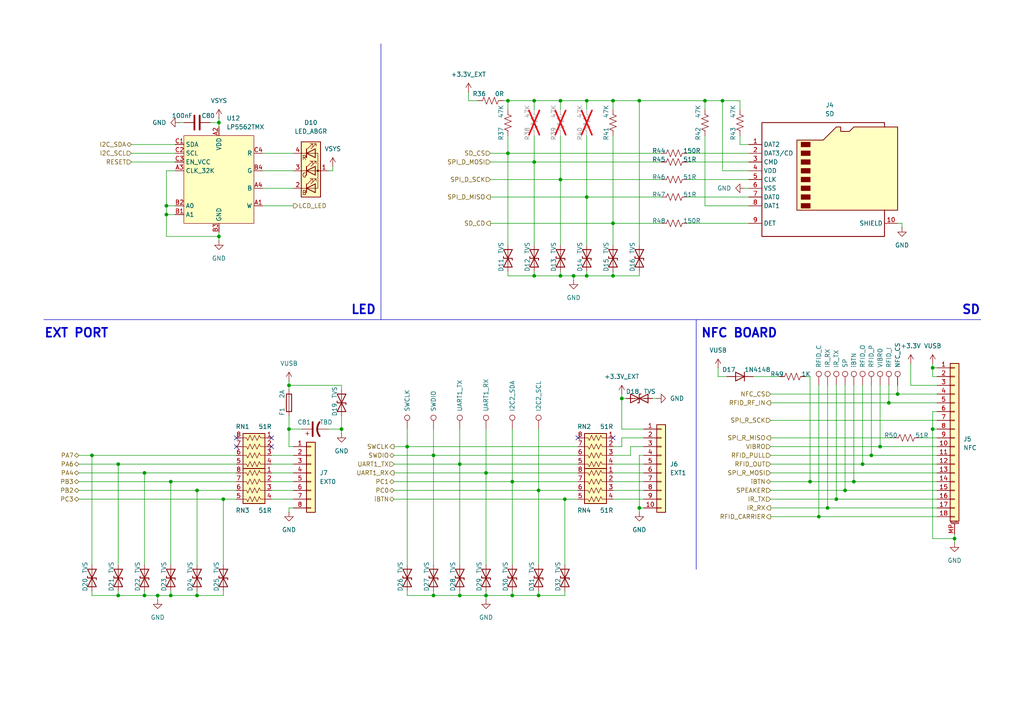
<source format=kicad_sch>
(kicad_sch (version 20231120) (generator "eeschema") (generator_version "8.0")
  (paper "A4")
  (lib_symbols
    (symbol "Connector:Micro_SD_Card_Det1"
      (property "Reference" "J" (at -16.51 17.78 0))
      (property "Value" "Micro_SD_Card_Det1" (at 16.51 17.78 0))
      (symbol "Micro_SD_Card_Det1_1_1"
        (pin bidirectional line (at -22.86 10.16 0) (length 3.81) (name "DAT2") (number "1"))
        (pin passive line (at 20.32 -12.7 180) (length 3.81) (name "SHIELD") (number "10"))
        (pin bidirectional line (at -22.86 7.62 0) (length 3.81) (name "DAT3/CD") (number "2"))
        (pin input line (at -22.86 5.08 0) (length 3.81) (name "CMD") (number "3"))
        (pin power_in line (at -22.86 2.54 0) (length 3.81) (name "VDD") (number "4"))
        (pin input line (at -22.86 0 0) (length 3.81) (name "CLK") (number "5"))
        (pin power_in line (at -22.86 -2.54 0) (length 3.81) (name "VSS") (number "6"))
        (pin bidirectional line (at -22.86 -5.08 0) (length 3.81) (name "DAT0") (number "7"))
        (pin bidirectional line (at -22.86 -7.62 0) (length 3.81) (name "DAT1") (number "8"))
        (pin passive line (at -22.86 -12.7 0) (length 3.81) (name "DET") (number "9"))
      )
    )
    (symbol "Connector:TestPoint" (pin_numbers hide) (pin_names (offset 0.762) hide)
      (property "Reference" "TP" (at 0 6.858 0))
      (property "Value" "TestPoint" (at 0 5.08 0))
      (symbol "TestPoint_1_1"
        (pin passive line (at 0 0 90) (length 2.54) (name "1") (number "1"))
      )
    )
    (symbol "Connector_Generic:Conn_01x08" (pin_names (offset 1.016) hide)
      (property "Reference" "J" (at 0 10.16 0))
      (property "Value" "Conn_01x08" (at 0 -12.7 0))
      (symbol "Conn_01x08_1_1"
        (pin passive line (at -5.08 7.62 0) (length 3.81) (name "Pin_1") (number "1"))
        (pin passive line (at -5.08 5.08 0) (length 3.81) (name "Pin_2") (number "2"))
        (pin passive line (at -5.08 2.54 0) (length 3.81) (name "Pin_3") (number "3"))
        (pin passive line (at -5.08 0 0) (length 3.81) (name "Pin_4") (number "4"))
        (pin passive line (at -5.08 -2.54 0) (length 3.81) (name "Pin_5") (number "5"))
        (pin passive line (at -5.08 -5.08 0) (length 3.81) (name "Pin_6") (number "6"))
        (pin passive line (at -5.08 -7.62 0) (length 3.81) (name "Pin_7") (number "7"))
        (pin passive line (at -5.08 -10.16 0) (length 3.81) (name "Pin_8") (number "8"))
      )
    )
    (symbol "Connector_Generic:Conn_01x10" (pin_names (offset 1.016) hide)
      (property "Reference" "J" (at 0 12.7 0))
      (property "Value" "Conn_01x10" (at 0 -15.24 0))
      (symbol "Conn_01x10_1_1"
        (pin passive line (at -5.08 10.16 0) (length 3.81) (name "Pin_1") (number "1"))
        (pin passive line (at -5.08 -12.7 0) (length 3.81) (name "Pin_10") (number "10"))
        (pin passive line (at -5.08 7.62 0) (length 3.81) (name "Pin_2") (number "2"))
        (pin passive line (at -5.08 5.08 0) (length 3.81) (name "Pin_3") (number "3"))
        (pin passive line (at -5.08 2.54 0) (length 3.81) (name "Pin_4") (number "4"))
        (pin passive line (at -5.08 0 0) (length 3.81) (name "Pin_5") (number "5"))
        (pin passive line (at -5.08 -2.54 0) (length 3.81) (name "Pin_6") (number "6"))
        (pin passive line (at -5.08 -5.08 0) (length 3.81) (name "Pin_7") (number "7"))
        (pin passive line (at -5.08 -7.62 0) (length 3.81) (name "Pin_8") (number "8"))
        (pin passive line (at -5.08 -10.16 0) (length 3.81) (name "Pin_9") (number "9"))
      )
    )
    (symbol "Connector_Generic_MountingPin:Conn_01x18_MountingPin" (pin_names (offset 1.016) hide)
      (property "Reference" "J" (at 0 22.86 0))
      (property "Value" "Conn_01x18_MountingPin" (at 1.27 -25.4 0))
      (symbol "Conn_01x18_MountingPin_1_1"
        (text "Mounting" (at 0 -24.511 0) (effects (font (size 0.381 0.381))))
        (pin passive line (at -5.08 20.32 0) (length 3.81) (name "Pin_1") (number "1"))
        (pin passive line (at -5.08 -2.54 0) (length 3.81) (name "Pin_10") (number "10"))
        (pin passive line (at -5.08 -5.08 0) (length 3.81) (name "Pin_11") (number "11"))
        (pin passive line (at -5.08 -7.62 0) (length 3.81) (name "Pin_12") (number "12"))
        (pin passive line (at -5.08 -10.16 0) (length 3.81) (name "Pin_13") (number "13"))
        (pin passive line (at -5.08 -12.7 0) (length 3.81) (name "Pin_14") (number "14"))
        (pin passive line (at -5.08 -15.24 0) (length 3.81) (name "Pin_15") (number "15"))
        (pin passive line (at -5.08 -17.78 0) (length 3.81) (name "Pin_16") (number "16"))
        (pin passive line (at -5.08 -20.32 0) (length 3.81) (name "Pin_17") (number "17"))
        (pin passive line (at -5.08 -22.86 0) (length 3.81) (name "Pin_18") (number "18"))
        (pin passive line (at -5.08 17.78 0) (length 3.81) (name "Pin_2") (number "2"))
        (pin passive line (at -5.08 15.24 0) (length 3.81) (name "Pin_3") (number "3"))
        (pin passive line (at -5.08 12.7 0) (length 3.81) (name "Pin_4") (number "4"))
        (pin passive line (at -5.08 10.16 0) (length 3.81) (name "Pin_5") (number "5"))
        (pin passive line (at -5.08 7.62 0) (length 3.81) (name "Pin_6") (number "6"))
        (pin passive line (at -5.08 5.08 0) (length 3.81) (name "Pin_7") (number "7"))
        (pin passive line (at -5.08 2.54 0) (length 3.81) (name "Pin_8") (number "8"))
        (pin passive line (at -5.08 0 0) (length 3.81) (name "Pin_9") (number "9"))
        (pin passive line (at 0 -27.94 90) (length 3.048) (name "MountPin") (number "MP"))
      )
    )
    (symbol "Device:C" (pin_numbers hide) (pin_names (offset 0.254))
      (property "Reference" "C" (at 0.635 2.54 0))
      (property "Value" "C" (at 0.635 -2.54 0))
      (symbol "C_1_1"
        (pin passive line (at 0 3.81 270) (length 2.794) (name "~") (number "1"))
        (pin passive line (at 0 -3.81 90) (length 2.794) (name "~") (number "2"))
      )
    )
    (symbol "Device:C_Polarized_US" (pin_numbers hide) (pin_names (offset 0.254) hide)
      (property "Reference" "C" (at 0.635 2.54 0))
      (property "Value" "C_Polarized_US" (at 0.635 -2.54 0))
      (symbol "C_Polarized_US_1_1"
        (pin passive line (at 0 3.81 270) (length 2.794) (name "~") (number "1"))
        (pin passive line (at 0 -3.81 90) (length 3.302) (name "~") (number "2"))
      )
    )
    (symbol "Device:D" (pin_numbers hide) (pin_names (offset 1.016) hide)
      (property "Reference" "D" (at 0 2.54 0))
      (property "Value" "D" (at 0 -2.54 0))
      (symbol "D_1_1"
        (pin passive line (at -3.81 0 0) (length 2.54) (name "K") (number "1"))
        (pin passive line (at 3.81 0 180) (length 2.54) (name "A") (number "2"))
      )
    )
    (symbol "Device:D_TVS" (pin_numbers hide) (pin_names (offset 1.016) hide)
      (property "Reference" "D" (at 0 2.54 0))
      (property "Value" "D_TVS" (at 0 -2.54 0))
      (symbol "D_TVS_1_1"
        (pin passive line (at -3.81 0 0) (length 2.54) (name "A1") (number "1"))
        (pin passive line (at 3.81 0 180) (length 2.54) (name "A2") (number "2"))
      )
    )
    (symbol "Device:Fuse" (pin_numbers hide) (pin_names (offset 0))
      (property "Reference" "F" (at 2.032 0 90))
      (property "Value" "Fuse" (at -1.905 0 90))
      (symbol "Fuse_1_1"
        (pin passive line (at 0 3.81 270) (length 1.27) (name "~") (number "1"))
        (pin passive line (at 0 -3.81 90) (length 1.27) (name "~") (number "2"))
      )
    )
    (symbol "Device:LED_ABGR" (pin_names (offset 0) hide)
      (property "Reference" "D" (at 0 9.398 0))
      (property "Value" "LED_ABGR" (at 0 -8.89 0))
      (symbol "LED_ABGR_0_0"
        (text "B" (at -1.905 -6.35 0) (effects (font (size 1.27 1.27))))
        (text "G" (at -1.905 -1.27 0) (effects (font (size 1.27 1.27))))
        (text "R" (at -1.905 3.81 0) (effects (font (size 1.27 1.27))))
      )
      (symbol "LED_ABGR_1_1"
        (pin passive line (at 5.08 0 180) (length 2.54) (name "A") (number "1"))
        (pin passive line (at -5.08 -5.08 0) (length 2.54) (name "BK") (number "2"))
        (pin passive line (at -5.08 0 0) (length 2.54) (name "GK") (number "3"))
        (pin passive line (at -5.08 5.08 0) (length 2.54) (name "RK") (number "4"))
      )
    )
    (symbol "Device:R_US" (pin_numbers hide) (pin_names (offset 0))
      (property "Reference" "R" (at 2.54 0 90))
      (property "Value" "R_US" (at -2.54 0 90))
      (symbol "R_US_1_1"
        (pin passive line (at 0 3.81 270) (length 1.27) (name "~") (number "1"))
        (pin passive line (at 0 -3.81 90) (length 1.27) (name "~") (number "2"))
      )
    )
    (symbol "Library:LP5562TMX"
      (property "Reference" "U" (at 6.35 16.51 0))
      (property "Value" "LP5562TMX" (at 6.35 13.97 0))
      (symbol "LP5562TMX_0_1"
        (pin power_in line (at 0 15.24 270) (length 2.54) (name "VDD") (number "A2"))
        (pin input line (at -12.7 2.54 0) (length 2.54) (name "CLK_32K") (number "A3"))
        (pin output line (at 12.7 -2.54 180) (length 2.54) (name "B") (number "A4"))
        (pin power_in line (at 0 -15.24 90) (length 2.54) (name "GND") (number "B3"))
        (pin output line (at 12.7 2.54 180) (length 2.54) (name "G") (number "B4"))
        (pin bidirectional line (at -12.7 10.16 0) (length 2.54) (name "SDA") (number "C1"))
        (pin input line (at -12.7 7.62 0) (length 2.54) (name "SCL") (number "C2"))
        (pin input line (at -12.7 5.08 0) (length 2.54) (name "EN_VCC") (number "C3"))
        (pin output line (at 12.7 7.62 180) (length 2.54) (name "R") (number "C4"))
      )
      (symbol "LP5562TMX_1_1"
        (pin output line (at 12.7 -7.62 180) (length 2.54) (name "W") (number "A1"))
        (pin input line (at -12.7 -10.16 0) (length 2.54) (name "A1") (number "B1"))
        (pin input line (at -12.7 -7.62 0) (length 2.54) (name "A0") (number "B2"))
      )
    )
    (symbol "Library:R_Park"
      (property "Reference" "RN" (at 0 13.97 0))
      (property "Value" "R_Park" (at 0 11.43 0))
      (symbol "R_Park_1_1"
        (pin passive line (at -3.81 -5.08 90) (length 1.27) (name "") (number "1"))
        (pin passive line (at -1.27 -5.08 90) (length 1.27) (name "") (number "2"))
        (pin passive line (at 1.27 -5.08 90) (length 1.27) (name "") (number "3"))
        (pin passive line (at 3.81 -5.08 90) (length 1.27) (name "") (number "4"))
        (pin passive line (at 3.81 5.08 270) (length 1.27) (name "") (number "5"))
        (pin passive line (at 1.27 5.08 270) (length 1.27) (name "") (number "6"))
        (pin passive line (at -1.27 5.08 270) (length 1.27) (name "") (number "7"))
        (pin passive line (at -3.81 5.08 270) (length 1.27) (name "") (number "8"))
      )
    )
    (symbol "power:+3.3V" (power) (pin_numbers hide) (pin_names (offset 0) hide)
      (property "Value" "+3.3V" (at 0 3.556 0))
      (symbol "+3.3V_1_1"
        (pin power_in line (at 0 0 90) (length 0) (name "~") (number "1"))
      )
    )
    (symbol "power:GND" (power) (pin_numbers hide) (pin_names (offset 0) hide)
      (property "Value" "GND" (at 0 -3.81 0))
      (symbol "GND_1_1"
        (pin power_in line (at 0 0 270) (length 0) (name "~") (number "1"))
      )
    )
    (symbol "power:VCC" (power) (pin_numbers hide) (pin_names (offset 0) hide)
      (property "Value" "VCC" (at 0 3.556 0))
      (symbol "VCC_1_1"
        (pin power_in line (at 0 0 90) (length 0) (name "~") (number "1"))
      )
    )
  )
  (junction (at 147.32 29.21))
  (junction (at 166.37 80.01))
  (junction (at 156.21 172.72))
  (junction (at 240.03 147.32))
  (junction (at 63.5 68.58))
  (junction (at 154.94 29.21))
  (junction (at 154.94 80.01))
  (junction (at 125.73 132.08))
  (junction (at 170.18 29.21))
  (junction (at 255.27 129.54))
  (junction (at 177.8 29.21))
  (junction (at 83.82 124.46))
  (junction (at 125.73 172.72))
  (junction (at 45.72 172.72))
  (junction (at 162.56 80.01))
  (junction (at 162.56 52.07))
  (junction (at 252.73 132.08))
  (junction (at 185.42 29.21))
  (junction (at 57.15 142.24))
  (junction (at 270.51 106.68))
  (junction (at 63.5 35.56))
  (junction (at 156.21 142.24))
  (junction (at 162.56 29.21))
  (junction (at 180.34 115.57))
  (junction (at 276.86 156.21))
  (junction (at 140.97 137.16))
  (junction (at 250.19 134.62))
  (junction (at 140.97 172.72))
  (junction (at 148.59 172.72))
  (junction (at 247.65 139.7))
  (junction (at 83.82 111.76))
  (junction (at 118.11 129.54))
  (junction (at 260.35 114.3))
  (junction (at 237.49 149.86))
  (junction (at 163.83 144.78))
  (junction (at 99.06 124.46))
  (junction (at 204.47 29.21))
  (junction (at 270.51 124.46))
  (junction (at 64.77 144.78))
  (junction (at 177.8 64.77))
  (junction (at 170.18 57.15))
  (junction (at 185.42 147.32))
  (junction (at 147.32 44.45))
  (junction (at 49.53 139.7))
  (junction (at 57.15 172.72))
  (junction (at 48.26 62.23))
  (junction (at 177.8 80.01))
  (junction (at 34.29 172.72))
  (junction (at 133.35 172.72))
  (junction (at 34.29 134.62))
  (junction (at 245.11 142.24))
  (junction (at 234.95 139.7))
  (junction (at 154.94 46.99))
  (junction (at 257.81 116.84))
  (junction (at 170.18 80.01))
  (junction (at 48.26 59.69))
  (junction (at 209.55 29.21))
  (junction (at 133.35 134.62))
  (junction (at 49.53 172.72))
  (junction (at 26.67 132.08))
  (junction (at 242.57 144.78))
  (junction (at 41.91 172.72))
  (junction (at 148.59 139.7))
  (junction (at 41.91 137.16))
  (no_connect (at 78.74 129.54))
  (no_connect (at 68.58 127))
  (no_connect (at 78.74 127))
  (no_connect (at 177.8 127))
  (no_connect (at 167.64 127))
  (no_connect (at 68.58 129.54))
  (wire (pts (xy 252.73 132.08) (xy 223.52 132.08)))
  (wire (pts (xy 49.53 171.45) (xy 49.53 172.72)))
  (wire (pts (xy 257.81 116.84) (xy 271.78 116.84)))
  (wire (pts (xy 217.17 49.53) (xy 209.55 49.53)))
  (wire (pts (xy 146.05 29.21) (xy 147.32 29.21)))
  (wire (pts (xy 148.59 139.7) (xy 148.59 163.83)))
  (wire (pts (xy 271.78 132.08) (xy 252.73 132.08)))
  (wire (pts (xy 38.1 46.99) (xy 50.8 46.99)))
  (wire (pts (xy 162.56 78.74) (xy 162.56 80.01)))
  (wire (pts (xy 147.32 78.74) (xy 147.32 80.01)))
  (wire (pts (xy 45.72 172.72) (xy 45.72 173.99)))
  (wire (pts (xy 170.18 29.21) (xy 177.8 29.21)))
  (wire (pts (xy 271.78 109.22) (xy 270.51 109.22)))
  (wire (pts (xy 163.83 144.78) (xy 167.64 144.78)))
  (wire (pts (xy 162.56 39.37) (xy 162.56 52.07)))
  (wire (pts (xy 245.11 142.24) (xy 245.11 111.76)))
  (wire (pts (xy 50.8 49.53) (xy 48.26 49.53)))
  (wire (pts (xy 257.81 116.84) (xy 223.52 116.84)))
  (wire (pts (xy 125.73 172.72) (xy 133.35 172.72)))
  (wire (pts (xy 63.5 68.58) (xy 48.26 68.58)))
  (wire (pts (xy 118.11 172.72) (xy 125.73 172.72)))
  (wire (pts (xy 257.81 111.76) (xy 257.81 116.84)))
  (wire (pts (xy 41.91 172.72) (xy 45.72 172.72)))
  (wire (pts (xy 217.17 59.69) (xy 204.47 59.69)))
  (wire (pts (xy 270.51 109.22) (xy 270.51 106.68)))
  (wire (pts (xy 259.08 127) (xy 223.52 127)))
  (wire (pts (xy 154.94 46.99) (xy 154.94 71.12)))
  (wire (pts (xy 26.67 132.08) (xy 26.67 163.83)))
  (wire (pts (xy 133.35 171.45) (xy 133.35 172.72)))
  (wire (pts (xy 271.78 139.7) (xy 247.65 139.7)))
  (wire (pts (xy 64.77 144.78) (xy 68.58 144.78)))
  (wire (pts (xy 114.3 142.24) (xy 156.21 142.24)))
  (wire (pts (xy 170.18 57.15) (xy 170.18 71.12)))
  (wire (pts (xy 78.74 134.62) (xy 85.09 134.62)))
  (polyline (pts (xy 110.49 12.7) (xy 110.49 92.71)))
  (wire (pts (xy 41.91 171.45) (xy 41.91 172.72)))
  (wire (pts (xy 63.5 68.58) (xy 63.5 69.85)))
  (wire (pts (xy 45.72 172.72) (xy 49.53 172.72)))
  (wire (pts (xy 64.77 144.78) (xy 64.77 163.83)))
  (wire (pts (xy 63.5 67.31) (xy 63.5 68.58)))
  (wire (pts (xy 76.2 59.69) (xy 85.09 59.69)))
  (wire (pts (xy 237.49 111.76) (xy 237.49 149.86)))
  (wire (pts (xy 140.97 137.16) (xy 167.64 137.16)))
  (wire (pts (xy 204.47 29.21) (xy 204.47 31.75)))
  (wire (pts (xy 271.78 147.32) (xy 240.03 147.32)))
  (wire (pts (xy 78.74 142.24) (xy 85.09 142.24)))
  (wire (pts (xy 177.8 129.54) (xy 180.34 129.54)))
  (wire (pts (xy 49.53 139.7) (xy 49.53 163.83)))
  (wire (pts (xy 63.5 35.56) (xy 63.5 36.83)))
  (wire (pts (xy 148.59 139.7) (xy 167.64 139.7)))
  (wire (pts (xy 270.51 156.21) (xy 276.86 156.21)))
  (wire (pts (xy 154.94 78.74) (xy 154.94 80.01)))
  (wire (pts (xy 85.09 147.32) (xy 83.82 147.32)))
  (wire (pts (xy 163.83 144.78) (xy 163.83 163.83)))
  (wire (pts (xy 53.34 35.56) (xy 52.07 35.56)))
  (wire (pts (xy 41.91 137.16) (xy 41.91 163.83)))
  (wire (pts (xy 135.89 29.21) (xy 138.43 29.21)))
  (wire (pts (xy 83.82 129.54) (xy 85.09 129.54)))
  (wire (pts (xy 182.88 129.54) (xy 186.69 129.54)))
  (wire (pts (xy 57.15 142.24) (xy 68.58 142.24)))
  (wire (pts (xy 148.59 124.46) (xy 148.59 139.7)))
  (wire (pts (xy 48.26 68.58) (xy 48.26 62.23)))
  (wire (pts (xy 177.8 39.37) (xy 177.8 64.77)))
  (wire (pts (xy 78.74 139.7) (xy 85.09 139.7)))
  (wire (pts (xy 185.42 80.01) (xy 177.8 80.01)))
  (wire (pts (xy 162.56 80.01) (xy 166.37 80.01)))
  (wire (pts (xy 154.94 29.21) (xy 162.56 29.21)))
  (wire (pts (xy 95.25 124.46) (xy 99.06 124.46)))
  (wire (pts (xy 177.8 132.08) (xy 182.88 132.08)))
  (wire (pts (xy 22.86 132.08) (xy 26.67 132.08)))
  (wire (pts (xy 148.59 171.45) (xy 148.59 172.72)))
  (wire (pts (xy 142.24 52.07) (xy 162.56 52.07)))
  (wire (pts (xy 204.47 29.21) (xy 209.55 29.21)))
  (wire (pts (xy 240.03 147.32) (xy 223.52 147.32)))
  (wire (pts (xy 140.97 171.45) (xy 140.97 172.72)))
  (wire (pts (xy 156.21 171.45) (xy 156.21 172.72)))
  (wire (pts (xy 185.42 29.21) (xy 204.47 29.21)))
  (wire (pts (xy 99.06 120.65) (xy 99.06 124.46)))
  (wire (pts (xy 64.77 171.45) (xy 64.77 172.72)))
  (wire (pts (xy 177.8 64.77) (xy 191.77 64.77)))
  (wire (pts (xy 162.56 52.07) (xy 191.77 52.07)))
  (wire (pts (xy 140.97 124.46) (xy 140.97 137.16)))
  (wire (pts (xy 214.63 29.21) (xy 214.63 31.75)))
  (wire (pts (xy 209.55 49.53) (xy 209.55 29.21)))
  (wire (pts (xy 271.78 137.16) (xy 223.52 137.16)))
  (wire (pts (xy 163.83 172.72) (xy 163.83 171.45)))
  (wire (pts (xy 242.57 144.78) (xy 223.52 144.78)))
  (wire (pts (xy 48.26 59.69) (xy 48.26 62.23)))
  (wire (pts (xy 114.3 134.62) (xy 133.35 134.62)))
  (wire (pts (xy 49.53 139.7) (xy 68.58 139.7)))
  (wire (pts (xy 50.8 59.69) (xy 48.26 59.69)))
  (wire (pts (xy 114.3 129.54) (xy 118.11 129.54)))
  (wire (pts (xy 156.21 172.72) (xy 148.59 172.72)))
  (wire (pts (xy 199.39 46.99) (xy 217.17 46.99)))
  (wire (pts (xy 147.32 80.01) (xy 154.94 80.01)))
  (wire (pts (xy 208.28 109.22) (xy 210.82 109.22)))
  (wire (pts (xy 177.8 142.24) (xy 186.69 142.24)))
  (wire (pts (xy 147.32 29.21) (xy 154.94 29.21)))
  (wire (pts (xy 140.97 137.16) (xy 140.97 163.83)))
  (wire (pts (xy 260.35 64.77) (xy 261.62 64.77)))
  (wire (pts (xy 234.95 139.7) (xy 223.52 139.7)))
  (wire (pts (xy 218.44 109.22) (xy 226.06 109.22)))
  (wire (pts (xy 234.95 109.22) (xy 233.68 109.22)))
  (wire (pts (xy 199.39 64.77) (xy 217.17 64.77)))
  (wire (pts (xy 180.34 115.57) (xy 180.34 124.46)))
  (wire (pts (xy 22.86 139.7) (xy 49.53 139.7)))
  (wire (pts (xy 185.42 132.08) (xy 185.42 147.32)))
  (wire (pts (xy 217.17 41.91) (xy 214.63 41.91)))
  (wire (pts (xy 125.73 132.08) (xy 125.73 163.83)))
  (wire (pts (xy 125.73 124.46) (xy 125.73 132.08)))
  (wire (pts (xy 83.82 111.76) (xy 83.82 113.03)))
  (wire (pts (xy 252.73 111.76) (xy 252.73 132.08)))
  (wire (pts (xy 140.97 172.72) (xy 140.97 173.99)))
  (wire (pts (xy 83.82 120.65) (xy 83.82 124.46)))
  (wire (pts (xy 48.26 62.23) (xy 50.8 62.23)))
  (wire (pts (xy 118.11 171.45) (xy 118.11 172.72)))
  (wire (pts (xy 208.28 106.68) (xy 208.28 109.22)))
  (wire (pts (xy 166.37 80.01) (xy 166.37 81.28)))
  (wire (pts (xy 118.11 124.46) (xy 118.11 129.54)))
  (wire (pts (xy 199.39 44.45) (xy 217.17 44.45)))
  (wire (pts (xy 162.56 29.21) (xy 162.56 31.75)))
  (wire (pts (xy 276.86 154.94) (xy 276.86 156.21)))
  (wire (pts (xy 180.34 129.54) (xy 180.34 127)))
  (wire (pts (xy 260.35 111.76) (xy 260.35 114.3)))
  (wire (pts (xy 156.21 142.24) (xy 156.21 163.83)))
  (wire (pts (xy 177.8 78.74) (xy 177.8 80.01)))
  (polyline (pts (xy 201.93 92.71) (xy 201.93 165.1)))
  (wire (pts (xy 247.65 139.7) (xy 247.65 111.76)))
  (wire (pts (xy 60.96 35.56) (xy 63.5 35.56)))
  (wire (pts (xy 247.65 139.7) (xy 234.95 139.7)))
  (wire (pts (xy 270.51 124.46) (xy 271.78 124.46)))
  (wire (pts (xy 271.78 121.92) (xy 223.52 121.92)))
  (wire (pts (xy 180.34 115.57) (xy 181.61 115.57)))
  (wire (pts (xy 133.35 124.46) (xy 133.35 134.62)))
  (wire (pts (xy 87.63 124.46) (xy 83.82 124.46)))
  (wire (pts (xy 271.78 134.62) (xy 250.19 134.62)))
  (wire (pts (xy 199.39 52.07) (xy 217.17 52.07)))
  (wire (pts (xy 133.35 172.72) (xy 140.97 172.72)))
  (wire (pts (xy 83.82 124.46) (xy 83.82 129.54)))
  (wire (pts (xy 185.42 147.32) (xy 185.42 148.59)))
  (wire (pts (xy 99.06 124.46) (xy 99.06 125.73)))
  (wire (pts (xy 250.19 111.76) (xy 250.19 134.62)))
  (wire (pts (xy 147.32 44.45) (xy 147.32 71.12)))
  (wire (pts (xy 270.51 124.46) (xy 270.51 156.21)))
  (wire (pts (xy 180.34 127) (xy 186.69 127)))
  (wire (pts (xy 270.51 119.38) (xy 270.51 124.46)))
  (wire (pts (xy 177.8 29.21) (xy 177.8 31.75)))
  (wire (pts (xy 162.56 52.07) (xy 162.56 71.12)))
  (wire (pts (xy 38.1 41.91) (xy 50.8 41.91)))
  (wire (pts (xy 245.11 142.24) (xy 223.52 142.24)))
  (wire (pts (xy 57.15 142.24) (xy 57.15 163.83)))
  (wire (pts (xy 260.35 114.3) (xy 271.78 114.3)))
  (wire (pts (xy 177.8 64.77) (xy 177.8 71.12)))
  (wire (pts (xy 189.23 115.57) (xy 190.5 115.57)))
  (wire (pts (xy 199.39 57.15) (xy 217.17 57.15)))
  (wire (pts (xy 26.67 172.72) (xy 34.29 172.72)))
  (wire (pts (xy 48.26 49.53) (xy 48.26 59.69)))
  (wire (pts (xy 41.91 137.16) (xy 68.58 137.16)))
  (wire (pts (xy 255.27 111.76) (xy 255.27 129.54)))
  (wire (pts (xy 22.86 137.16) (xy 41.91 137.16)))
  (wire (pts (xy 185.42 29.21) (xy 185.42 71.12)))
  (wire (pts (xy 271.78 129.54) (xy 255.27 129.54)))
  (wire (pts (xy 22.86 144.78) (xy 64.77 144.78)))
  (wire (pts (xy 276.86 156.21) (xy 276.86 157.48)))
  (wire (pts (xy 34.29 134.62) (xy 68.58 134.62)))
  (wire (pts (xy 154.94 80.01) (xy 162.56 80.01)))
  (wire (pts (xy 57.15 172.72) (xy 49.53 172.72)))
  (wire (pts (xy 95.25 49.53) (xy 96.52 49.53)))
  (wire (pts (xy 177.8 80.01) (xy 170.18 80.01)))
  (wire (pts (xy 156.21 172.72) (xy 163.83 172.72)))
  (wire (pts (xy 125.73 132.08) (xy 167.64 132.08)))
  (wire (pts (xy 147.32 39.37) (xy 147.32 44.45)))
  (wire (pts (xy 78.74 144.78) (xy 85.09 144.78)))
  (wire (pts (xy 170.18 78.74) (xy 170.18 80.01)))
  (wire (pts (xy 34.29 134.62) (xy 34.29 163.83)))
  (wire (pts (xy 186.69 132.08) (xy 185.42 132.08)))
  (wire (pts (xy 57.15 171.45) (xy 57.15 172.72)))
  (wire (pts (xy 114.3 139.7) (xy 148.59 139.7)))
  (wire (pts (xy 185.42 78.74) (xy 185.42 80.01)))
  (wire (pts (xy 76.2 44.45) (xy 85.09 44.45)))
  (wire (pts (xy 242.57 111.76) (xy 242.57 144.78)))
  (wire (pts (xy 99.06 113.03) (xy 99.06 111.76)))
  (wire (pts (xy 271.78 142.24) (xy 245.11 142.24)))
  (wire (pts (xy 237.49 149.86) (xy 223.52 149.86)))
  (wire (pts (xy 214.63 41.91) (xy 214.63 39.37)))
  (wire (pts (xy 170.18 39.37) (xy 170.18 57.15)))
  (wire (pts (xy 209.55 29.21) (xy 214.63 29.21)))
  (wire (pts (xy 177.8 137.16) (xy 186.69 137.16)))
  (wire (pts (xy 34.29 172.72) (xy 41.91 172.72)))
  (wire (pts (xy 271.78 149.86) (xy 237.49 149.86)))
  (wire (pts (xy 177.8 134.62) (xy 186.69 134.62)))
  (wire (pts (xy 76.2 49.53) (xy 85.09 49.53)))
  (wire (pts (xy 240.03 147.32) (xy 240.03 111.76)))
  (wire (pts (xy 96.52 49.53) (xy 96.52 48.26)))
  (wire (pts (xy 147.32 44.45) (xy 191.77 44.45)))
  (wire (pts (xy 234.95 109.22) (xy 234.95 139.7)))
  (wire (pts (xy 177.8 144.78) (xy 186.69 144.78)))
  (wire (pts (xy 270.51 106.68) (xy 271.78 106.68)))
  (wire (pts (xy 147.32 31.75) (xy 147.32 29.21)))
  (wire (pts (xy 142.24 46.99) (xy 154.94 46.99)))
  (wire (pts (xy 166.37 80.01) (xy 170.18 80.01)))
  (wire (pts (xy 114.3 144.78) (xy 163.83 144.78)))
  (wire (pts (xy 135.89 26.67) (xy 135.89 29.21)))
  (wire (pts (xy 271.78 119.38) (xy 270.51 119.38)))
  (wire (pts (xy 99.06 111.76) (xy 83.82 111.76)))
  (wire (pts (xy 182.88 132.08) (xy 182.88 129.54)))
  (wire (pts (xy 148.59 172.72) (xy 140.97 172.72)))
  (wire (pts (xy 118.11 129.54) (xy 167.64 129.54)))
  (wire (pts (xy 142.24 57.15) (xy 170.18 57.15)))
  (wire (pts (xy 133.35 134.62) (xy 167.64 134.62)))
  (wire (pts (xy 154.94 39.37) (xy 154.94 46.99)))
  (wire (pts (xy 26.67 171.45) (xy 26.67 172.72)))
  (wire (pts (xy 114.3 132.08) (xy 125.73 132.08)))
  (wire (pts (xy 261.62 64.77) (xy 261.62 66.04)))
  (wire (pts (xy 142.24 64.77) (xy 177.8 64.77)))
  (wire (pts (xy 78.74 132.08) (xy 85.09 132.08)))
  (polyline (pts (xy 12.7 92.71) (xy 284.48 92.71)))
  (wire (pts (xy 133.35 134.62) (xy 133.35 163.83)))
  (wire (pts (xy 271.78 144.78) (xy 242.57 144.78)))
  (wire (pts (xy 204.47 59.69) (xy 204.47 39.37)))
  (wire (pts (xy 170.18 29.21) (xy 170.18 31.75)))
  (wire (pts (xy 83.82 147.32) (xy 83.82 148.59)))
  (wire (pts (xy 76.2 54.61) (xy 85.09 54.61)))
  (wire (pts (xy 180.34 124.46) (xy 186.69 124.46)))
  (wire (pts (xy 264.16 105.41) (xy 264.16 111.76)))
  (wire (pts (xy 22.86 134.62) (xy 34.29 134.62)))
  (wire (pts (xy 186.69 147.32) (xy 185.42 147.32)))
  (wire (pts (xy 83.82 110.49) (xy 83.82 111.76)))
  (wire (pts (xy 22.86 142.24) (xy 57.15 142.24)))
  (wire (pts (xy 26.67 132.08) (xy 68.58 132.08)))
  (wire (pts (xy 64.77 172.72) (xy 57.15 172.72)))
  (wire (pts (xy 154.94 46.99) (xy 191.77 46.99)))
  (wire (pts (xy 255.27 129.54) (xy 223.52 129.54)))
  (wire (pts (xy 34.29 171.45) (xy 34.29 172.72)))
  (wire (pts (xy 180.34 114.3) (xy 180.34 115.57)))
  (wire (pts (xy 223.52 114.3) (xy 260.35 114.3)))
  (wire (pts (xy 271.78 127) (xy 266.7 127)))
  (wire (pts (xy 250.19 134.62) (xy 223.52 134.62)))
  (wire (pts (xy 154.94 29.21) (xy 154.94 31.75)))
  (wire (pts (xy 118.11 129.54) (xy 118.11 163.83)))
  (wire (pts (xy 114.3 137.16) (xy 140.97 137.16)))
  (wire (pts (xy 170.18 57.15) (xy 191.77 57.15)))
  (wire (pts (xy 177.8 29.21) (xy 185.42 29.21)))
  (wire (pts (xy 264.16 111.76) (xy 271.78 111.76)))
  (wire (pts (xy 142.24 44.45) (xy 147.32 44.45)))
  (wire (pts (xy 38.1 44.45) (xy 50.8 44.45)))
  (wire (pts (xy 270.51 105.41) (xy 270.51 106.68)))
  (wire (pts (xy 177.8 139.7) (xy 186.69 139.7)))
  (wire (pts (xy 156.21 142.24) (xy 167.64 142.24)))
  (wire (pts (xy 125.73 171.45) (xy 125.73 172.72)))
  (wire (pts (xy 78.74 137.16) (xy 85.09 137.16)))
  (wire (pts (xy 156.21 124.46) (xy 156.21 142.24)))
  (wire (pts (xy 162.56 29.21) (xy 170.18 29.21)))
  (wire (pts (xy 215.9 54.61) (xy 217.17 54.61)))
  (wire (pts (xy 63.5 34.29) (xy 63.5 35.56)))
  (text "LED" (exclude_from_sim yes) (at 109.22 91.44 0) (effects (font (size 2.54 2.54) (thickness 0.508) (bold yes)) (justify right bottom)))
  (text "NFC BOARD" (exclude_from_sim yes) (at 203.2 95.25 0) (effects (font (size 2.54 2.54) (thickness 0.508) (bold yes)) (justify left top)))
  (text "EXT PORT" (exclude_from_sim yes) (at 12.7 95.25 0) (effects (font (size 2.54 2.54) (thickness 0.508) (bold yes)) (justify left top)))
  (text "SD" (exclude_from_sim yes) (at 284.48 91.44 0) (effects (font (size 2.54 2.54) (thickness 0.508) (bold yes)) (justify right bottom)))
  (hierarchical_label "IR_RX" (shape output) (at 223.52 147.32 180))
  (hierarchical_label "SPI_D_MISO" (shape output) (at 142.24 57.15 180))
  (hierarchical_label "PC0" (shape bidirectional) (at 114.3 142.24 180))
  (hierarchical_label "PB2" (shape bidirectional) (at 22.86 142.24 180))
  (hierarchical_label "IR_TX" (shape input) (at 223.52 144.78 180))
  (hierarchical_label "I2C_SDA" (shape bidirectional) (at 38.1 41.91 180))
  (hierarchical_label "SPI_R_MOSI" (shape input) (at 223.52 137.16 180))
  (hierarchical_label "UART1_TX" (shape input) (at 114.3 134.62 180))
  (hierarchical_label "RESET" (shape input) (at 38.1 46.99 180))
  (hierarchical_label "RFID_OUT" (shape input) (at 223.52 134.62 180))
  (hierarchical_label "PC1" (shape bidirectional) (at 114.3 139.7 180))
  (hierarchical_label "PA6" (shape bidirectional) (at 22.86 134.62 180))
  (hierarchical_label "SPEAKER" (shape input) (at 223.52 142.24 180))
  (hierarchical_label "SD_CD" (shape output) (at 142.24 64.77 180))
  (hierarchical_label "SPI_D_MOSI" (shape input) (at 142.24 46.99 180))
  (hierarchical_label "PA7" (shape bidirectional) (at 22.86 132.08 180))
  (hierarchical_label "RFID_CARRIER" (shape output) (at 223.52 149.86 180))
  (hierarchical_label "SPI_D_SCK" (shape input) (at 142.24 52.07 180))
  (hierarchical_label "PC3" (shape bidirectional) (at 22.86 144.78 180))
  (hierarchical_label "SPI_R_MISO" (shape output) (at 223.52 127 180))
  (hierarchical_label "SPI_R_SCK" (shape input) (at 223.52 121.92 180))
  (hierarchical_label "PB3" (shape bidirectional) (at 22.86 139.7 180))
  (hierarchical_label "RFID_RF_IN" (shape output) (at 223.52 116.84 180))
  (hierarchical_label "PA4" (shape bidirectional) (at 22.86 137.16 180))
  (hierarchical_label "VIBRO" (shape input) (at 223.52 129.54 180))
  (hierarchical_label "UART1_RX" (shape output) (at 114.3 137.16 180))
  (hierarchical_label "RFID_PULL" (shape input) (at 223.52 132.08 180))
  (hierarchical_label "SWCLK" (shape output) (at 114.3 129.54 180))
  (hierarchical_label "I2C_SCL" (shape input) (at 38.1 44.45 180))
  (hierarchical_label "LCD_LED" (shape output) (at 85.09 59.69 0))
  (hierarchical_label "SD_CS" (shape input) (at 142.24 44.45 180))
  (hierarchical_label "iBTN" (shape bidirectional) (at 223.52 139.7 180))
  (hierarchical_label "SWDIO" (shape bidirectional) (at 114.3 132.08 180))
  (hierarchical_label "NFC_CS" (shape input) (at 223.52 114.3 180))
  (hierarchical_label "iBTN" (shape bidirectional) (at 114.3 144.78 180))
  (symbol (lib_id "Device:R_US") (at 195.58 46.99 90) (unit 1)
    (property "Reference" "R45" (at 193.04 46.99 90) (effects (justify left top)))
    (property "Value" "51R" (at 198.12 46.99 90) (effects (justify right top)))
    (property "Footprint" "Resistor_SMD:R_0402_1005Metric" (effects (hide yes)))
    (property "Description" "Resistor, US symbol" (effects (hide yes)))
  )
  (symbol (lib_id "Connector:Micro_SD_Card_Det1") (at 240.03 52.07 0) (unit 1)
    (property "Reference" "J4" (at 240.665 30.48 0))
    (property "Value" "SD" (at 240.665 33.02 0))
    (property "Footprint" "Library:TF-101A-P3" (effects (hide yes)))
  )
  (symbol (lib_id "power:VCC") (at 270.51 105.41 0) (unit 1)
    (property "Reference" "#PWR0128" (effects (hide yes)))
    (property "Value" "VUSB" (at 270.51 100.33 0))
    (property "Description" "Power symbol creates a global label with name \"VCC\"" (effects (hide yes)))
  )
  (symbol (lib_id "Device:D_TVS") (at 26.67 167.64 270) (unit 1)
    (property "Reference" "D20" (at 25.4 167.64 0) (effects (justify left top)))
    (property "Value" "TVS" (at 25.4 166.37 0) (effects (justify right top)))
    (property "Footprint" "Diode_SMD:D_0201_0603Metric" (effects (hide yes)))
    (property "Description" "Bidirectional transient-voltage-suppression diode" (effects (hide yes)))
  )
  (symbol (lib_id "power:+3.3V") (at 264.16 105.41 0) (unit 1)
    (property "Reference" "#PWR0127" (effects (hide yes)))
    (property "Value" "+3.3V" (at 264.16 100.33 0))
    (property "Description" "Power symbol creates a global label with name \"+3.3V\"" (effects (hide yes)))
  )
  (symbol (lib_id "Device:R_US") (at 162.56 35.56 180) (unit 1) (dnp yes)
    (property "Reference" "R39" (at 161.29 36.83 90) (effects (justify left top)))
    (property "Value" "47K" (at 161.29 34.29 90) (effects (justify right top)))
    (property "Footprint" "Resistor_SMD:R_0402_1005Metric" (effects (hide yes)))
    (property "Description" "Resistor, US symbol" (effects (hide yes)))
  )
  (symbol (lib_id "Device:R_US") (at 204.47 35.56 180) (unit 1)
    (property "Reference" "R42" (at 203.2 36.83 90) (effects (justify left top)))
    (property "Value" "47K" (at 203.2 34.29 90) (effects (justify right top)))
    (property "Footprint" "Resistor_SMD:R_0402_1005Metric" (effects (hide yes)))
    (property "Description" "Resistor, US symbol" (effects (hide yes)))
  )
  (symbol (lib_id "power:GND") (at 261.62 66.04 0) (unit 1)
    (property "Reference" "#PWR0124" (effects (hide yes)))
    (property "Value" "GND" (at 261.62 71.12 0))
    (property "Description" "Power symbol creates a global label with name \"GND\" , ground" (effects (hide yes)))
  )
  (symbol (lib_id "Connector_Generic:Conn_01x10") (at 191.77 134.62 0) (unit 1)
    (property "Reference" "J6" (at 194.31 134.6199 0) (effects (justify left)))
    (property "Value" "EXT1" (at 194.31 137.1599 0) (effects (justify left)))
    (property "Footprint" "Library:PinSocket_1x10_P2.54mm_Horizontal_SMD" (effects (hide yes)))
    (property "Description" "Generic connector, single row, 01x10, script generated (kicad-library-utils/schlib/autogen/connector/)" (effects (hide yes)))
  )
  (symbol (lib_id "Device:D_TVS") (at 156.21 167.64 270) (unit 1)
    (property "Reference" "D31" (at 154.94 167.64 0) (effects (justify left top)))
    (property "Value" "TVS" (at 154.94 166.37 0) (effects (justify right top)))
    (property "Footprint" "Diode_SMD:D_0201_0603Metric" (effects (hide yes)))
    (property "Description" "Bidirectional transient-voltage-suppression diode" (effects (hide yes)))
  )
  (symbol (lib_id "Device:Fuse") (at 83.82 116.84 0) (unit 1)
    (property "Reference" "F1" (at 82.55 118.11 90) (effects (justify right bottom)))
    (property "Value" "2A" (at 82.55 115.57 90) (effects (justify left bottom)))
    (property "Footprint" "Fuse:Fuse_0402_1005Metric" (effects (hide yes)))
    (property "Description" "Fuse" (effects (hide yes)))
  )
  (symbol (lib_id "Device:D_TVS") (at 162.56 74.93 270) (unit 1)
    (property "Reference" "D13" (at 161.29 74.93 0) (effects (justify left top)))
    (property "Value" "TVS" (at 161.29 73.66 0) (effects (justify right top)))
    (property "Footprint" "Diode_SMD:D_0201_0603Metric" (effects (hide yes)))
    (property "Description" "Bidirectional transient-voltage-suppression diode" (effects (hide yes)))
  )
  (symbol (lib_id "Device:D_TVS") (at 49.53 167.64 270) (unit 1)
    (property "Reference" "D23" (at 48.26 167.64 0) (effects (justify left top)))
    (property "Value" "TVS" (at 48.26 166.37 0) (effects (justify right top)))
    (property "Footprint" "Diode_SMD:D_0201_0603Metric" (effects (hide yes)))
    (property "Description" "Bidirectional transient-voltage-suppression diode" (effects (hide yes)))
  )
  (symbol (lib_id "Connector_Generic:Conn_01x08") (at 90.17 137.16 0) (unit 1)
    (property "Reference" "J7" (at 92.71 137.1599 0) (effects (justify left)))
    (property "Value" "EXT0" (at 92.71 139.6999 0) (effects (justify left)))
    (property "Footprint" "Library:PinSocket_1x08_P2.54mm_Horizontal_SMD" (effects (hide yes)))
    (property "Description" "Generic connector, single row, 01x08, script generated (kicad-library-utils/schlib/autogen/connector/)" (effects (hide yes)))
  )
  (symbol (lib_id "Connector:TestPoint") (at 140.97 124.46 0) (unit 1)
    (property "Reference" "TP47" (effects (hide yes)))
    (property "Value" "UART1_RX" (at 140.97 119.38 90) (effects (justify left)))
    (property "Footprint" "TestPoint:TestPoint_Pad_D1.0mm" (effects (hide yes)))
    (property "Description" "test point" (effects (hide yes)))
  )
  (symbol (lib_id "Device:D_TVS") (at 99.06 116.84 270) (unit 1)
    (property "Reference" "D19" (at 97.79 116.84 0) (effects (justify left top)))
    (property "Value" "TVS" (at 97.79 115.57 0) (effects (justify right top)))
    (property "Footprint" "Diode_SMD:D_0201_0603Metric" (effects (hide yes)))
    (property "Description" "Bidirectional transient-voltage-suppression diode" (effects (hide yes)))
  )
  (symbol (lib_id "Device:R_US") (at 147.32 35.56 180) (unit 1)
    (property "Reference" "R37" (at 146.05 36.83 90) (effects (justify left top)))
    (property "Value" "47K" (at 146.05 34.29 90) (effects (justify right top)))
    (property "Footprint" "Resistor_SMD:R_0402_1005Metric" (effects (hide yes)))
    (property "Description" "Resistor, US symbol" (effects (hide yes)))
  )
  (symbol (lib_id "Device:R_US") (at 214.63 35.56 180) (unit 1)
    (property "Reference" "R43" (at 213.36 36.83 90) (effects (justify left top)))
    (property "Value" "47K" (at 213.36 34.29 90) (effects (justify right top)))
    (property "Footprint" "Resistor_SMD:R_0402_1005Metric" (effects (hide yes)))
    (property "Description" "Resistor, US symbol" (effects (hide yes)))
  )
  (symbol (lib_id "Device:D_TVS") (at 148.59 167.64 270) (unit 1)
    (property "Reference" "D30" (at 147.32 167.64 0) (effects (justify left top)))
    (property "Value" "TVS" (at 147.32 166.37 0) (effects (justify right top)))
    (property "Footprint" "Diode_SMD:D_0201_0603Metric" (effects (hide yes)))
    (property "Description" "Bidirectional transient-voltage-suppression diode" (effects (hide yes)))
  )
  (symbol (lib_id "Library:R_Park") (at 172.72 130.81 90) (mirror x) (unit 1)
    (property "Reference" "RN2" (at 171.45 124.46 90) (effects (justify left bottom)))
    (property "Value" "51R" (at 173.99 124.46 90) (effects (justify right bottom)))
    (property "Footprint" "Resistor_SMD:R_Array_Concave_4x0402" (effects (hide yes)))
  )
  (symbol (lib_id "Connector:TestPoint") (at 133.35 124.46 0) (unit 1)
    (property "Reference" "TP46" (effects (hide yes)))
    (property "Value" "UART1_TX" (at 133.35 119.38 90) (effects (justify left)))
    (property "Footprint" "TestPoint:TestPoint_Pad_D1.0mm" (effects (hide yes)))
    (property "Description" "test point" (effects (hide yes)))
  )
  (symbol (lib_id "Device:D_TVS") (at 133.35 167.64 270) (unit 1)
    (property "Reference" "D28" (at 132.08 167.64 0) (effects (justify left top)))
    (property "Value" "TVS" (at 132.08 166.37 0) (effects (justify right top)))
    (property "Footprint" "Diode_SMD:D_0201_0603Metric" (effects (hide yes)))
    (property "Description" "Bidirectional transient-voltage-suppression diode" (effects (hide yes)))
  )
  (symbol (lib_id "Device:D_TVS") (at 118.11 167.64 270) (unit 1)
    (property "Reference" "D26" (at 116.84 167.64 0) (effects (justify left top)))
    (property "Value" "TVS" (at 116.84 166.37 0) (effects (justify right top)))
    (property "Footprint" "Diode_SMD:D_0201_0603Metric" (effects (hide yes)))
    (property "Description" "Bidirectional transient-voltage-suppression diode" (effects (hide yes)))
  )
  (symbol (lib_id "Device:C_Polarized_US") (at 91.44 124.46 90) (unit 1)
    (property "Reference" "C81" (at 90.17 123.19 90) (effects (justify left top)))
    (property "Value" "TBD" (at 92.71 123.19 90) (effects (justify right top)))
    (property "Footprint" "Capacitor_Tantalum_SMD:CP_EIA-3216-18_Kemet-A" (effects (hide yes)))
    (property "Description" "Polarized capacitor, US symbol" (effects (hide yes)))
  )
  (symbol (lib_id "Device:D_TVS") (at 125.73 167.64 270) (unit 1)
    (property "Reference" "D27" (at 124.46 167.64 0) (effects (justify left top)))
    (property "Value" "TVS" (at 124.46 166.37 0) (effects (justify right top)))
    (property "Footprint" "Diode_SMD:D_0201_0603Metric" (effects (hide yes)))
    (property "Description" "Bidirectional transient-voltage-suppression diode" (effects (hide yes)))
  )
  (symbol (lib_id "power:GND") (at 166.37 81.28 0) (unit 1)
    (property "Reference" "#PWR0126" (effects (hide yes)))
    (property "Value" "GND" (at 166.37 86.36 0))
    (property "Description" "Power symbol creates a global label with name \"GND\" , ground" (effects (hide yes)))
  )
  (symbol (lib_id "power:VCC") (at 180.34 114.3 0) (unit 1)
    (property "Reference" "#PWR0131" (effects (hide yes)))
    (property "Value" "+3.3V_EXT" (at 180.34 109.22 0))
    (property "Description" "Power symbol creates a global label with name \"VCC\"" (effects (hide yes)))
  )
  (symbol (lib_id "Device:D_TVS") (at 185.42 74.93 270) (unit 1)
    (property "Reference" "D16" (at 184.15 74.93 0) (effects (justify left top)))
    (property "Value" "TVS" (at 184.15 73.66 0) (effects (justify right top)))
    (property "Footprint" "Diode_SMD:D_0201_0603Metric" (effects (hide yes)))
    (property "Description" "Bidirectional transient-voltage-suppression diode" (effects (hide yes)))
  )
  (symbol (lib_id "Device:R_US") (at 170.18 35.56 180) (unit 1) (dnp yes)
    (property "Reference" "R40" (at 168.91 36.83 90) (effects (justify left top)))
    (property "Value" "47K" (at 168.91 34.29 90) (effects (justify right top)))
    (property "Footprint" "Resistor_SMD:R_0402_1005Metric" (effects (hide yes)))
    (property "Description" "Resistor, US symbol" (effects (hide yes)))
  )
  (symbol (lib_id "Device:D_TVS") (at 170.18 74.93 270) (unit 1)
    (property "Reference" "D14" (at 168.91 74.93 0) (effects (justify left top)))
    (property "Value" "TVS" (at 168.91 73.66 0) (effects (justify right top)))
    (property "Footprint" "Diode_SMD:D_0201_0603Metric" (effects (hide yes)))
    (property "Description" "Bidirectional transient-voltage-suppression diode" (effects (hide yes)))
  )
  (symbol (lib_id "Connector:TestPoint") (at 247.65 111.76 0) (unit 1)
    (property "Reference" "TP38" (effects (hide yes)))
    (property "Value" "iBTN" (at 247.65 106.68 90) (effects (justify left)))
    (property "Footprint" "TestPoint:TestPoint_Pad_D1.0mm" (effects (hide yes)))
    (property "Description" "test point" (effects (hide yes)))
  )
  (symbol (lib_id "Connector:TestPoint") (at 250.19 111.76 0) (unit 1)
    (property "Reference" "TP39" (effects (hide yes)))
    (property "Value" "RFID_O" (at 250.19 106.68 90) (effects (justify left)))
    (property "Footprint" "TestPoint:TestPoint_Pad_D1.0mm" (effects (hide yes)))
    (property "Description" "test point" (effects (hide yes)))
  )
  (symbol (lib_id "Device:D_TVS") (at 163.83 167.64 270) (unit 1)
    (property "Reference" "D32" (at 162.56 167.64 0) (effects (justify left top)))
    (property "Value" "TVS" (at 162.56 166.37 0) (effects (justify right top)))
    (property "Footprint" "Diode_SMD:D_0201_0603Metric" (effects (hide yes)))
    (property "Description" "Bidirectional transient-voltage-suppression diode" (effects (hide yes)))
  )
  (symbol (lib_id "Device:R_US") (at 195.58 64.77 90) (unit 1)
    (property "Reference" "R48" (at 193.04 64.77 90) (effects (justify left top)))
    (property "Value" "150R" (at 198.12 64.77 90) (effects (justify right top)))
    (property "Footprint" "Resistor_SMD:R_0402_1005Metric" (effects (hide yes)))
    (property "Description" "Resistor, US symbol" (effects (hide yes)))
  )
  (symbol (lib_id "power:VCC") (at 135.89 26.67 0) (unit 1)
    (property "Reference" "#PWR0119" (effects (hide yes)))
    (property "Value" "+3.3V_EXT" (at 135.89 21.59 0))
    (property "Description" "Power symbol creates a global label with name \"VCC\"" (effects (hide yes)))
  )
  (symbol (lib_id "Device:R_US") (at 195.58 44.45 90) (unit 1)
    (property "Reference" "R44" (at 193.04 44.45 90) (effects (justify left top)))
    (property "Value" "150R" (at 198.12 44.45 90) (effects (justify right top)))
    (property "Footprint" "Resistor_SMD:R_0402_1005Metric" (effects (hide yes)))
    (property "Description" "Resistor, US symbol" (effects (hide yes)))
  )
  (symbol (lib_id "power:GND") (at 215.9 54.61 270) (unit 1)
    (property "Reference" "#PWR0123" (effects (hide yes)))
    (property "Value" "GND" (at 212.09 54.6099 90) (effects (justify right)))
    (property "Description" "Power symbol creates a global label with name \"GND\" , ground" (effects (hide yes)))
  )
  (symbol (lib_id "Connector:TestPoint") (at 237.49 111.76 0) (unit 1)
    (property "Reference" "TP34" (effects (hide yes)))
    (property "Value" "RFID_C" (at 237.49 106.68 90) (effects (justify left)))
    (property "Footprint" "TestPoint:TestPoint_Pad_D1.0mm" (effects (hide yes)))
    (property "Description" "test point" (effects (hide yes)))
  )
  (symbol (lib_id "Device:R_US") (at 262.89 127 90) (unit 1)
    (property "Reference" "R50" (at 260.35 127 90) (effects (justify left top)))
    (property "Value" "51R" (at 265.43 127 90) (effects (justify right top)))
    (property "Footprint" "Resistor_SMD:R_0402_1005Metric" (effects (hide yes)))
    (property "Description" "Resistor, US symbol" (effects (hide yes)))
  )
  (symbol (lib_id "Device:C") (at 57.15 35.56 270) (mirror x) (unit 1)
    (property "Reference" "C80" (at 58.42 34.29 90) (effects (justify left top)))
    (property "Value" "100nF" (at 55.88 34.29 90) (effects (justify right top)))
    (property "Footprint" "Capacitor_SMD:C_0402_1005Metric" (effects (hide yes)))
    (property "Description" "Unpolarized capacitor" (effects (hide yes)))
  )
  (symbol (lib_id "Connector:TestPoint") (at 125.73 124.46 0) (unit 1)
    (property "Reference" "TP45" (effects (hide yes)))
    (property "Value" "SWDIO" (at 125.73 119.38 90) (effects (justify left)))
    (property "Footprint" "TestPoint:TestPoint_Pad_D1.0mm" (effects (hide yes)))
    (property "Description" "test point" (effects (hide yes)))
  )
  (symbol (lib_id "Library:R_Park") (at 73.66 130.81 90) (mirror x) (unit 1)
    (property "Reference" "RN1" (at 72.39 124.46 90) (effects (justify left bottom)))
    (property "Value" "51R" (at 74.93 124.46 90) (effects (justify right bottom)))
    (property "Footprint" "Resistor_SMD:R_Array_Concave_4x0402" (effects (hide yes)))
  )
  (symbol (lib_id "power:GND") (at 83.82 148.59 0) (unit 1)
    (property "Reference" "#PWR0134" (effects (hide yes)))
    (property "Value" "GND" (at 83.82 153.67 0))
    (property "Description" "Power symbol creates a global label with name \"GND\" , ground" (effects (hide yes)))
  )
  (symbol (lib_id "Device:D_TVS") (at 57.15 167.64 270) (unit 1)
    (property "Reference" "D24" (at 55.88 167.64 0) (effects (justify left top)))
    (property "Value" "TVS" (at 55.88 166.37 0) (effects (justify right top)))
    (property "Footprint" "Diode_SMD:D_0201_0603Metric" (effects (hide yes)))
    (property "Description" "Bidirectional transient-voltage-suppression diode" (effects (hide yes)))
  )
  (symbol (lib_id "power:VCC") (at 208.28 106.68 0) (unit 1)
    (property "Reference" "#PWR0129" (effects (hide yes)))
    (property "Value" "VUSB" (at 208.28 101.6 0))
    (property "Description" "Power symbol creates a global label with name \"VCC\"" (effects (hide yes)))
  )
  (symbol (lib_id "Device:R_US") (at 229.87 109.22 90) (unit 1)
    (property "Reference" "R49" (at 227.33 109.22 90) (effects (justify left top)))
    (property "Value" "1K" (at 232.41 109.22 90) (effects (justify right top)))
    (property "Footprint" "Resistor_SMD:R_0402_1005Metric" (effects (hide yes)))
    (property "Description" "Resistor, US symbol" (effects (hide yes)))
  )
  (symbol (lib_id "Library:R_Park") (at 73.66 140.97 90) (mirror x) (unit 1)
    (property "Reference" "RN3" (at 72.39 147.32 90) (effects (justify left top)))
    (property "Value" "51R" (at 74.93 147.32 90) (effects (justify right top)))
    (property "Footprint" "Resistor_SMD:R_Array_Concave_4x0402" (effects (hide yes)))
  )
  (symbol (lib_id "Connector:TestPoint") (at 148.59 124.46 0) (unit 1)
    (property "Reference" "TP48" (effects (hide yes)))
    (property "Value" "I2C2_SDA" (at 148.59 119.38 90) (effects (justify left)))
    (property "Footprint" "TestPoint:TestPoint_Pad_D1.0mm" (effects (hide yes)))
    (property "Description" "test point" (effects (hide yes)))
  )
  (symbol (lib_id "power:GND") (at 45.72 173.99 0) (unit 1)
    (property "Reference" "#PWR0137" (effects (hide yes)))
    (property "Value" "GND" (at 45.72 179.07 0))
    (property "Description" "Power symbol creates a global label with name \"GND\" , ground" (effects (hide yes)))
  )
  (symbol (lib_id "Connector:TestPoint") (at 242.57 111.76 0) (unit 1)
    (property "Reference" "TP36" (effects (hide yes)))
    (property "Value" "IR_TX" (at 242.57 106.68 90) (effects (justify left)))
    (property "Footprint" "TestPoint:TestPoint_Pad_D1.0mm" (effects (hide yes)))
    (property "Description" "test point" (effects (hide yes)))
  )
  (symbol (lib_id "Connector:TestPoint") (at 257.81 111.76 0) (unit 1)
    (property "Reference" "TP42" (effects (hide yes)))
    (property "Value" "RFID_I" (at 257.81 106.68 90) (effects (justify left)))
    (property "Footprint" "TestPoint:TestPoint_Pad_D1.0mm" (effects (hide yes)))
    (property "Description" "test point" (effects (hide yes)))
  )
  (symbol (lib_id "Device:R_US") (at 195.58 52.07 90) (unit 1)
    (property "Reference" "R46" (at 193.04 52.07 90) (effects (justify left top)))
    (property "Value" "51R" (at 198.12 52.07 90) (effects (justify right top)))
    (property "Footprint" "Resistor_SMD:R_0402_1005Metric" (effects (hide yes)))
    (property "Description" "Resistor, US symbol" (effects (hide yes)))
  )
  (symbol (lib_id "Device:D_TVS") (at 34.29 167.64 270) (unit 1)
    (property "Reference" "D21" (at 33.02 167.64 0) (effects (justify left top)))
    (property "Value" "TVS" (at 33.02 166.37 0) (effects (justify right top)))
    (property "Footprint" "Diode_SMD:D_0201_0603Metric" (effects (hide yes)))
    (property "Description" "Bidirectional transient-voltage-suppression diode" (effects (hide yes)))
  )
  (symbol (lib_id "power:GND") (at 185.42 148.59 0) (unit 1)
    (property "Reference" "#PWR0135" (effects (hide yes)))
    (property "Value" "GND" (at 185.42 153.67 0))
    (property "Description" "Power symbol creates a global label with name \"GND\" , ground" (effects (hide yes)))
  )
  (symbol (lib_id "Device:R_US") (at 142.24 29.21 90) (unit 1)
    (property "Reference" "R36" (at 140.97 27.94 90) (effects (justify left top)))
    (property "Value" "0R" (at 143.51 27.94 90) (effects (justify right top)))
    (property "Footprint" "Resistor_SMD:R_0402_1005Metric" (effects (hide yes)))
    (property "Description" "Resistor, US symbol" (effects (hide yes)))
  )
  (symbol (lib_id "power:GND") (at 276.86 157.48 0) (unit 1)
    (property "Reference" "#PWR0136" (effects (hide yes)))
    (property "Value" "GND" (at 276.86 162.56 0))
    (property "Description" "Power symbol creates a global label with name \"GND\" , ground" (effects (hide yes)))
  )
  (symbol (lib_id "power:GND") (at 52.07 35.56 270) (mirror x) (unit 1)
    (property "Reference" "#PWR0121" (effects (hide yes)))
    (property "Value" "GND" (at 48.26 35.5599 90) (effects (justify right)))
    (property "Description" "Power symbol creates a global label with name \"GND\" , ground" (effects (hide yes)))
  )
  (symbol (lib_id "power:GND") (at 190.5 115.57 90) (unit 1)
    (property "Reference" "#PWR0132" (effects (hide yes)))
    (property "Value" "GND" (at 194.31 115.5699 90) (effects (justify right)))
    (property "Description" "Power symbol creates a global label with name \"GND\" , ground" (effects (hide yes)))
  )
  (symbol (lib_id "Connector:TestPoint") (at 260.35 111.76 0) (unit 1)
    (property "Reference" "TP43" (effects (hide yes)))
    (property "Value" "NFC_CS" (at 260.35 106.68 90) (effects (justify left)))
    (property "Footprint" "TestPoint:TestPoint_Pad_D1.0mm" (effects (hide yes)))
    (property "Description" "test point" (effects (hide yes)))
  )
  (symbol (lib_id "power:+3.3V") (at 63.5 34.29 0) (unit 1)
    (property "Reference" "#PWR0120" (effects (hide yes)))
    (property "Value" "VSYS" (at 63.5 29.21 0))
    (property "Description" "Power symbol creates a global label with name \"+3.3V\"" (effects (hide yes)))
  )
  (symbol (lib_id "Connector:TestPoint") (at 255.27 111.76 0) (unit 1)
    (property "Reference" "TP41" (effects (hide yes)))
    (property "Value" "VIBRO" (at 255.27 106.68 90) (effects (justify left)))
    (property "Footprint" "TestPoint:TestPoint_Pad_D1.0mm" (effects (hide yes)))
    (property "Description" "test point" (effects (hide yes)))
  )
  (symbol (lib_id "Device:R_US") (at 195.58 57.15 90) (unit 1)
    (property "Reference" "R47" (at 193.04 57.15 90) (effects (justify left top)))
    (property "Value" "51R" (at 198.12 57.15 90) (effects (justify right top)))
    (property "Footprint" "Resistor_SMD:R_0402_1005Metric" (effects (hide yes)))
    (property "Description" "Resistor, US symbol" (effects (hide yes)))
  )
  (symbol (lib_id "Device:D_TVS") (at 177.8 74.93 270) (unit 1)
    (property "Reference" "D15" (at 176.53 74.93 0) (effects (justify left top)))
    (property "Value" "TVS" (at 176.53 73.66 0) (effects (justify right top)))
    (property "Footprint" "Diode_SMD:D_0201_0603Metric" (effects (hide yes)))
    (property "Description" "Bidirectional transient-voltage-suppression diode" (effects (hide yes)))
  )
  (symbol (lib_id "Device:D_TVS") (at 154.94 74.93 270) (unit 1)
    (property "Reference" "D12" (at 153.67 74.93 0) (effects (justify left top)))
    (property "Value" "TVS" (at 153.67 73.66 0) (effects (justify right top)))
    (property "Footprint" "Diode_SMD:D_0201_0603Metric" (effects (hide yes)))
    (property "Description" "Bidirectional transient-voltage-suppression diode" (effects (hide yes)))
  )
  (symbol (lib_id "power:VCC") (at 83.82 110.49 0) (unit 1)
    (property "Reference" "#PWR0130" (effects (hide yes)))
    (property "Value" "VUSB" (at 83.82 105.41 0))
    (property "Description" "Power symbol creates a global label with name \"VCC\"" (effects (hide yes)))
  )
  (symbol (lib_id "power:GND") (at 140.97 173.99 0) (unit 1)
    (property "Reference" "#PWR0138" (effects (hide yes)))
    (property "Value" "GND" (at 140.97 179.07 0))
    (property "Description" "Power symbol creates a global label with name \"GND\" , ground" (effects (hide yes)))
  )
  (symbol (lib_id "power:GND") (at 99.06 125.73 0) (unit 1)
    (property "Reference" "#PWR0133" (effects (hide yes)))
    (property "Value" "GND" (at 99.06 130.81 0))
    (property "Description" "Power symbol creates a global label with name \"GND\" , ground" (effects (hide yes)))
  )
  (symbol (lib_id "Device:D_TVS") (at 147.32 74.93 270) (unit 1)
    (property "Reference" "D11" (at 146.05 74.93 0) (effects (justify left top)))
    (property "Value" "TVS" (at 146.05 73.66 0) (effects (justify right top)))
    (property "Footprint" "Diode_SMD:D_0201_0603Metric" (effects (hide yes)))
    (property "Description" "Bidirectional transient-voltage-suppression diode" (effects (hide yes)))
  )
  (symbol (lib_id "power:+3.3V") (at 96.52 48.26 0) (unit 1)
    (property "Reference" "#PWR0122" (effects (hide yes)))
    (property "Value" "VSYS" (at 96.52 43.18 0))
    (property "Description" "Power symbol creates a global label with name \"+3.3V\"" (effects (hide yes)))
  )
  (symbol (lib_id "Connector:TestPoint") (at 156.21 124.46 0) (unit 1)
    (property "Reference" "TP49" (effects (hide yes)))
    (property "Value" "I2C2_SCL" (at 156.21 119.38 90) (effects (justify left)))
    (property "Footprint" "TestPoint:TestPoint_Pad_D1.0mm" (effects (hide yes)))
    (property "Description" "test point" (effects (hide yes)))
  )
  (symbol (lib_id "Library:LP5562TMX") (at 63.5 52.07 0) (unit 1)
    (property "Reference" "U12" (at 65.6941 34.29 0) (effects (justify left)))
    (property "Value" "LP5562TMX" (at 65.6941 36.83 0) (effects (justify left)))
    (property "Footprint" "Library:BGA-12_4x3_1.6x1.2mm" (effects (hide yes)))
    (property "Datasheet" "https://www.ti.com/lit/ds/symlink/lp5562.pdf" (effects (hide yes)))
  )
  (symbol (lib_id "Device:R_US") (at 154.94 35.56 180) (unit 1) (dnp yes)
    (property "Reference" "R38" (at 153.67 36.83 90) (effects (justify left top)))
    (property "Value" "47K" (at 153.67 34.29 90) (effects (justify right top)))
    (property "Footprint" "Resistor_SMD:R_0402_1005Metric" (effects (hide yes)))
    (property "Description" "Resistor, US symbol" (effects (hide yes)))
  )
  (symbol (lib_id "Device:D_TVS") (at 185.42 115.57 180) (unit 1)
    (property "Reference" "D18" (at 185.42 114.3 0) (effects (justify left top)))
    (property "Value" "TVS" (at 186.69 114.3 0) (effects (justify right top)))
    (property "Footprint" "Diode_SMD:D_0201_0603Metric" (effects (hide yes)))
    (property "Description" "Bidirectional transient-voltage-suppression diode" (effects (hide yes)))
  )
  (symbol (lib_id "Connector:TestPoint") (at 252.73 111.76 0) (unit 1)
    (property "Reference" "TP40" (effects (hide yes)))
    (property "Value" "RFID_P" (at 252.73 106.68 90) (effects (justify left)))
    (property "Footprint" "TestPoint:TestPoint_Pad_D1.0mm" (effects (hide yes)))
    (property "Description" "test point" (effects (hide yes)))
  )
  (symbol (lib_id "Device:D_TVS") (at 140.97 167.64 270) (unit 1)
    (property "Reference" "D29" (at 139.7 167.64 0) (effects (justify left top)))
    (property "Value" "TVS" (at 139.7 166.37 0) (effects (justify right top)))
    (property "Footprint" "Diode_SMD:D_0201_0603Metric" (effects (hide yes)))
    (property "Description" "Bidirectional transient-voltage-suppression diode" (effects (hide yes)))
  )
  (symbol (lib_id "Device:D") (at 214.63 109.22 0) (mirror y) (unit 1)
    (property "Reference" "D17" (at 213.36 107.95 0) (effects (justify left bottom)))
    (property "Value" "1N4148" (at 215.9 107.95 0) (effects (justify right bottom)))
    (property "Footprint" "Diode_SMD:D_SOD-523" (effects (hide yes)))
    (property "Description" "Diode" (effects (hide yes)))
    (property "Sim.Device" "D" (effects (hide yes)))
    (property "Sim.Pins" "1=K 2=A" (effects (hide yes)))
  )
  (symbol (lib_id "Library:R_Park") (at 172.72 140.97 90) (mirror x) (unit 1)
    (property "Reference" "RN4" (at 171.45 147.32 90) (effects (justify left top)))
    (property "Value" "51R" (at 173.99 147.32 90) (effects (justify right top)))
    (property "Footprint" "Resistor_SMD:R_Array_Concave_4x0402" (effects (hide yes)))
  )
  (symbol (lib_id "power:GND") (at 63.5 69.85 0) (unit 1)
    (property "Reference" "#PWR0125" (effects (hide yes)))
    (property "Value" "GND" (at 63.5 74.93 0))
    (property "Description" "Power symbol creates a global label with name \"GND\" , ground" (effects (hide yes)))
  )
  (symbol (lib_id "Connector_Generic_MountingPin:Conn_01x18_MountingPin") (at 276.86 127 0) (unit 1)
    (property "Reference" "J5" (at 279.4 127.3555 0) (effects (justify left)))
    (property "Value" "NFC" (at 279.4 129.8955 0) (effects (justify left)))
    (property "Footprint" "Library:CONN18x1_FH34SRJ-18S-0.5SH50_HIR" (effects (hide yes)))
    (property "Description" "Generic connectable mounting pin connector, single row, 01x18, script generated (kicad-library-utils/schlib/autogen/connector/)" (effects (hide yes)))
  )
  (symbol (lib_id "Device:R_US") (at 177.8 35.56 180) (unit 1)
    (property "Reference" "R41" (at 176.53 36.83 90) (effects (justify left top)))
    (property "Value" "47K" (at 176.53 34.29 90) (effects (justify right top)))
    (property "Footprint" "Resistor_SMD:R_0402_1005Metric" (effects (hide yes)))
    (property "Description" "Resistor, US symbol" (effects (hide yes)))
  )
  (symbol (lib_id "Device:D_TVS") (at 41.91 167.64 270) (unit 1)
    (property "Reference" "D22" (at 40.64 167.64 0) (effects (justify left top)))
    (property "Value" "TVS" (at 40.64 166.37 0) (effects (justify right top)))
    (property "Footprint" "Diode_SMD:D_0201_0603Metric" (effects (hide yes)))
    (property "Description" "Bidirectional transient-voltage-suppression diode" (effects (hide yes)))
  )
  (symbol (lib_id "Device:LED_ABGR") (at 90.17 49.53 0) (unit 1)
    (property "Reference" "D10" (at 90.17 35.56 0))
    (property "Value" "LED_ABGR" (at 90.17 38.1 0))
    (property "Footprint" "Library:LED_PLCC-4_1.5x1.5mm_CW" (effects (hide yes)))
    (property "Description" "RGB LED, anode/blue/green/red" (effects (hide yes)))
  )
  (symbol (lib_id "Connector:TestPoint") (at 118.11 124.46 0) (unit 1)
    (property "Reference" "TP44" (effects (hide yes)))
    (property "Value" "SWCLK" (at 118.11 119.38 90) (effects (justify left)))
    (property "Footprint" "TestPoint:TestPoint_Pad_D1.0mm" (effects (hide yes)))
    (property "Description" "test point" (effects (hide yes)))
  )
  (symbol (lib_id "Connector:TestPoint") (at 245.11 111.76 0) (unit 1)
    (property "Reference" "TP37" (effects (hide yes)))
    (property "Value" "SP" (at 245.11 106.68 90) (effects (justify left)))
    (property "Footprint" "TestPoint:TestPoint_Pad_D1.0mm" (effects (hide yes)))
    (property "Description" "test point" (effects (hide yes)))
  )
  (symbol (lib_id "Connector:TestPoint") (at 240.03 111.76 0) (unit 1)
    (property "Reference" "TP35" (effects (hide yes)))
    (property "Value" "IR_RX" (at 240.03 106.68 90) (effects (justify left)))
    (property "Footprint" "TestPoint:TestPoint_Pad_D1.0mm" (effects (hide yes)))
    (property "Description" "test point" (effects (hide yes)))
  )
  (symbol (lib_id "Device:D_TVS") (at 64.77 167.64 270) (unit 1)
    (property "Reference" "D25" (at 63.5 167.64 0) (effects (justify left top)))
    (property "Value" "TVS" (at 63.5 166.37 0) (effects (justify right top)))
    (property "Footprint" "Diode_SMD:D_0201_0603Metric" (effects (hide yes)))
    (property "Description" "Bidirectional transient-voltage-suppression diode" (effects (hide yes)))
  )
)
</source>
